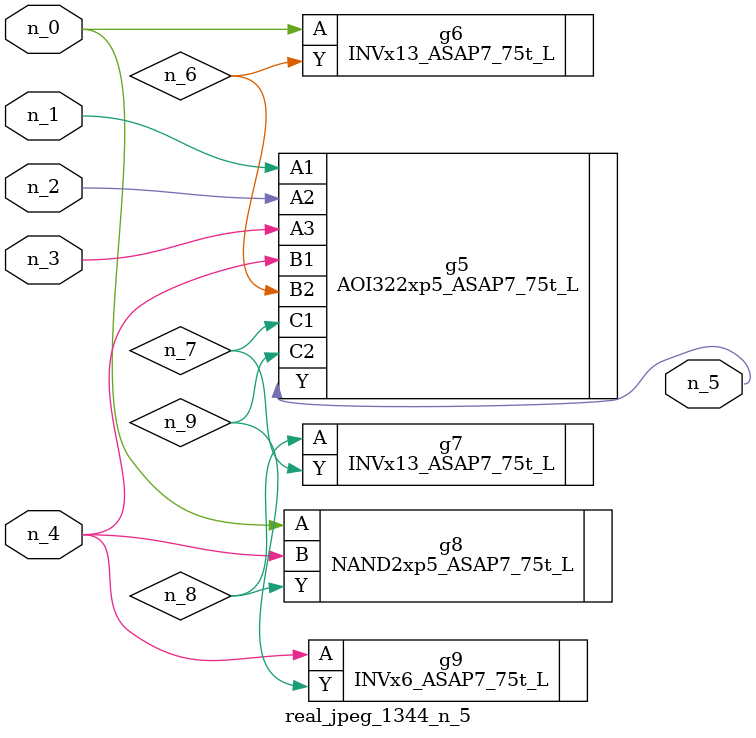
<source format=v>
module real_jpeg_1344_n_5 (n_4, n_0, n_1, n_2, n_3, n_5);

input n_4;
input n_0;
input n_1;
input n_2;
input n_3;

output n_5;

wire n_8;
wire n_6;
wire n_7;
wire n_9;

INVx13_ASAP7_75t_L g6 ( 
.A(n_0),
.Y(n_6)
);

NAND2xp5_ASAP7_75t_L g8 ( 
.A(n_0),
.B(n_4),
.Y(n_8)
);

AOI322xp5_ASAP7_75t_L g5 ( 
.A1(n_1),
.A2(n_2),
.A3(n_3),
.B1(n_4),
.B2(n_6),
.C1(n_7),
.C2(n_9),
.Y(n_5)
);

INVx6_ASAP7_75t_L g9 ( 
.A(n_4),
.Y(n_9)
);

INVx13_ASAP7_75t_L g7 ( 
.A(n_8),
.Y(n_7)
);


endmodule
</source>
